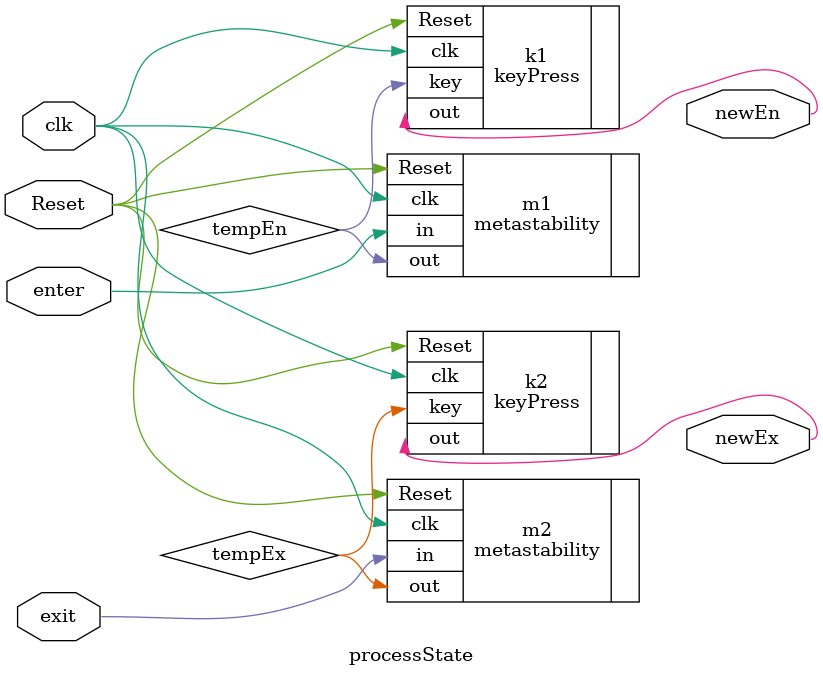
<source format=sv>

module processState(clk, Reset, enter, exit, newEn, newEx);
	input logic clk, Reset, enter, exit;
	output newEn, newEx;
	
	logic tempEn, tempEx;
	
	metastability m1(.clk(clk), .Reset(Reset), .in(enter), .out(tempEn));
	metastability m2(.clk(clk), .Reset(Reset), .in(exit), .out(tempEx));
	keyPress k1(.clk(clk), .Reset(Reset), .key(tempEn), .out(newEn));
	keyPress k2(.clk(clk), .Reset(Reset), .key(tempEx), .out(newEx));
	

endmodule

</source>
